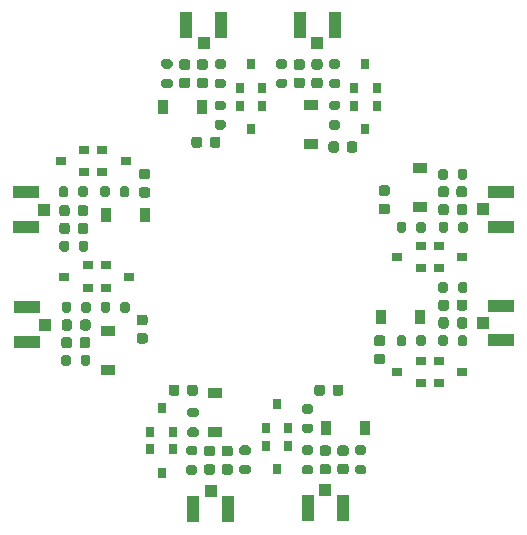
<source format=gbr>
%TF.GenerationSoftware,KiCad,Pcbnew,5.1.7-a382d34a8~87~ubuntu20.04.1*%
%TF.CreationDate,2021-02-25T10:09:00+00:00*%
%TF.ProjectId,UFOPulse,55464f50-756c-4736-952e-6b696361645f,rev?*%
%TF.SameCoordinates,Original*%
%TF.FileFunction,Paste,Top*%
%TF.FilePolarity,Positive*%
%FSLAX46Y46*%
G04 Gerber Fmt 4.6, Leading zero omitted, Abs format (unit mm)*
G04 Created by KiCad (PCBNEW 5.1.7-a382d34a8~87~ubuntu20.04.1) date 2021-02-25 10:09:00*
%MOMM*%
%LPD*%
G01*
G04 APERTURE LIST*
%ADD10R,0.900000X0.800000*%
%ADD11R,0.800000X0.900000*%
%ADD12R,2.200000X1.050000*%
%ADD13R,1.050000X1.000000*%
%ADD14R,1.050000X2.200000*%
%ADD15R,1.000000X1.050000*%
%ADD16R,0.900000X1.200000*%
%ADD17R,1.200000X0.900000*%
G04 APERTURE END LIST*
%TO.C,R24*%
G36*
G01*
X156075000Y-111125000D02*
X156075000Y-111675000D01*
G75*
G02*
X155875000Y-111875000I-200000J0D01*
G01*
X155475000Y-111875000D01*
G75*
G02*
X155275000Y-111675000I0J200000D01*
G01*
X155275000Y-111125000D01*
G75*
G02*
X155475000Y-110925000I200000J0D01*
G01*
X155875000Y-110925000D01*
G75*
G02*
X156075000Y-111125000I0J-200000D01*
G01*
G37*
G36*
G01*
X157725000Y-111125000D02*
X157725000Y-111675000D01*
G75*
G02*
X157525000Y-111875000I-200000J0D01*
G01*
X157125000Y-111875000D01*
G75*
G02*
X156925000Y-111675000I0J200000D01*
G01*
X156925000Y-111125000D01*
G75*
G02*
X157125000Y-110925000I200000J0D01*
G01*
X157525000Y-110925000D01*
G75*
G02*
X157725000Y-111125000I0J-200000D01*
G01*
G37*
%TD*%
%TO.C,R23*%
G36*
G01*
X152550000Y-111125000D02*
X152550000Y-111675000D01*
G75*
G02*
X152350000Y-111875000I-200000J0D01*
G01*
X151950000Y-111875000D01*
G75*
G02*
X151750000Y-111675000I0J200000D01*
G01*
X151750000Y-111125000D01*
G75*
G02*
X151950000Y-110925000I200000J0D01*
G01*
X152350000Y-110925000D01*
G75*
G02*
X152550000Y-111125000I0J-200000D01*
G01*
G37*
G36*
G01*
X154200000Y-111125000D02*
X154200000Y-111675000D01*
G75*
G02*
X154000000Y-111875000I-200000J0D01*
G01*
X153600000Y-111875000D01*
G75*
G02*
X153400000Y-111675000I0J200000D01*
G01*
X153400000Y-111125000D01*
G75*
G02*
X153600000Y-110925000I200000J0D01*
G01*
X154000000Y-110925000D01*
G75*
G02*
X154200000Y-111125000I0J-200000D01*
G01*
G37*
%TD*%
%TO.C,R22*%
G36*
G01*
X156075000Y-106625000D02*
X156075000Y-107175000D01*
G75*
G02*
X155875000Y-107375000I-200000J0D01*
G01*
X155475000Y-107375000D01*
G75*
G02*
X155275000Y-107175000I0J200000D01*
G01*
X155275000Y-106625000D01*
G75*
G02*
X155475000Y-106425000I200000J0D01*
G01*
X155875000Y-106425000D01*
G75*
G02*
X156075000Y-106625000I0J-200000D01*
G01*
G37*
G36*
G01*
X157725000Y-106625000D02*
X157725000Y-107175000D01*
G75*
G02*
X157525000Y-107375000I-200000J0D01*
G01*
X157125000Y-107375000D01*
G75*
G02*
X156925000Y-107175000I0J200000D01*
G01*
X156925000Y-106625000D01*
G75*
G02*
X157125000Y-106425000I200000J0D01*
G01*
X157525000Y-106425000D01*
G75*
G02*
X157725000Y-106625000I0J-200000D01*
G01*
G37*
%TD*%
%TO.C,R21*%
G36*
G01*
X146225000Y-89225000D02*
X146775000Y-89225000D01*
G75*
G02*
X146975000Y-89425000I0J-200000D01*
G01*
X146975000Y-89825000D01*
G75*
G02*
X146775000Y-90025000I-200000J0D01*
G01*
X146225000Y-90025000D01*
G75*
G02*
X146025000Y-89825000I0J200000D01*
G01*
X146025000Y-89425000D01*
G75*
G02*
X146225000Y-89225000I200000J0D01*
G01*
G37*
G36*
G01*
X146225000Y-87575000D02*
X146775000Y-87575000D01*
G75*
G02*
X146975000Y-87775000I0J-200000D01*
G01*
X146975000Y-88175000D01*
G75*
G02*
X146775000Y-88375000I-200000J0D01*
G01*
X146225000Y-88375000D01*
G75*
G02*
X146025000Y-88175000I0J200000D01*
G01*
X146025000Y-87775000D01*
G75*
G02*
X146225000Y-87575000I200000J0D01*
G01*
G37*
%TD*%
%TO.C,R20*%
G36*
G01*
X146225000Y-92725000D02*
X146775000Y-92725000D01*
G75*
G02*
X146975000Y-92925000I0J-200000D01*
G01*
X146975000Y-93325000D01*
G75*
G02*
X146775000Y-93525000I-200000J0D01*
G01*
X146225000Y-93525000D01*
G75*
G02*
X146025000Y-93325000I0J200000D01*
G01*
X146025000Y-92925000D01*
G75*
G02*
X146225000Y-92725000I200000J0D01*
G01*
G37*
G36*
G01*
X146225000Y-91075000D02*
X146775000Y-91075000D01*
G75*
G02*
X146975000Y-91275000I0J-200000D01*
G01*
X146975000Y-91675000D01*
G75*
G02*
X146775000Y-91875000I-200000J0D01*
G01*
X146225000Y-91875000D01*
G75*
G02*
X146025000Y-91675000I0J200000D01*
G01*
X146025000Y-91275000D01*
G75*
G02*
X146225000Y-91075000I200000J0D01*
G01*
G37*
%TD*%
%TO.C,R19*%
G36*
G01*
X141725000Y-89225000D02*
X142275000Y-89225000D01*
G75*
G02*
X142475000Y-89425000I0J-200000D01*
G01*
X142475000Y-89825000D01*
G75*
G02*
X142275000Y-90025000I-200000J0D01*
G01*
X141725000Y-90025000D01*
G75*
G02*
X141525000Y-89825000I0J200000D01*
G01*
X141525000Y-89425000D01*
G75*
G02*
X141725000Y-89225000I200000J0D01*
G01*
G37*
G36*
G01*
X141725000Y-87575000D02*
X142275000Y-87575000D01*
G75*
G02*
X142475000Y-87775000I0J-200000D01*
G01*
X142475000Y-88175000D01*
G75*
G02*
X142275000Y-88375000I-200000J0D01*
G01*
X141725000Y-88375000D01*
G75*
G02*
X141525000Y-88175000I0J200000D01*
G01*
X141525000Y-87775000D01*
G75*
G02*
X141725000Y-87575000I200000J0D01*
G01*
G37*
%TD*%
%TO.C,R18*%
G36*
G01*
X124800000Y-99075000D02*
X124800000Y-98525000D01*
G75*
G02*
X125000000Y-98325000I200000J0D01*
G01*
X125400000Y-98325000D01*
G75*
G02*
X125600000Y-98525000I0J-200000D01*
G01*
X125600000Y-99075000D01*
G75*
G02*
X125400000Y-99275000I-200000J0D01*
G01*
X125000000Y-99275000D01*
G75*
G02*
X124800000Y-99075000I0J200000D01*
G01*
G37*
G36*
G01*
X123150000Y-99075000D02*
X123150000Y-98525000D01*
G75*
G02*
X123350000Y-98325000I200000J0D01*
G01*
X123750000Y-98325000D01*
G75*
G02*
X123950000Y-98525000I0J-200000D01*
G01*
X123950000Y-99075000D01*
G75*
G02*
X123750000Y-99275000I-200000J0D01*
G01*
X123350000Y-99275000D01*
G75*
G02*
X123150000Y-99075000I0J200000D01*
G01*
G37*
%TD*%
%TO.C,R17*%
G36*
G01*
X128300000Y-99075000D02*
X128300000Y-98525000D01*
G75*
G02*
X128500000Y-98325000I200000J0D01*
G01*
X128900000Y-98325000D01*
G75*
G02*
X129100000Y-98525000I0J-200000D01*
G01*
X129100000Y-99075000D01*
G75*
G02*
X128900000Y-99275000I-200000J0D01*
G01*
X128500000Y-99275000D01*
G75*
G02*
X128300000Y-99075000I0J200000D01*
G01*
G37*
G36*
G01*
X126650000Y-99075000D02*
X126650000Y-98525000D01*
G75*
G02*
X126850000Y-98325000I200000J0D01*
G01*
X127250000Y-98325000D01*
G75*
G02*
X127450000Y-98525000I0J-200000D01*
G01*
X127450000Y-99075000D01*
G75*
G02*
X127250000Y-99275000I-200000J0D01*
G01*
X126850000Y-99275000D01*
G75*
G02*
X126650000Y-99075000I0J200000D01*
G01*
G37*
%TD*%
%TO.C,R16*%
G36*
G01*
X124850000Y-103675000D02*
X124850000Y-103125000D01*
G75*
G02*
X125050000Y-102925000I200000J0D01*
G01*
X125450000Y-102925000D01*
G75*
G02*
X125650000Y-103125000I0J-200000D01*
G01*
X125650000Y-103675000D01*
G75*
G02*
X125450000Y-103875000I-200000J0D01*
G01*
X125050000Y-103875000D01*
G75*
G02*
X124850000Y-103675000I0J200000D01*
G01*
G37*
G36*
G01*
X123200000Y-103675000D02*
X123200000Y-103125000D01*
G75*
G02*
X123400000Y-102925000I200000J0D01*
G01*
X123800000Y-102925000D01*
G75*
G02*
X124000000Y-103125000I0J-200000D01*
G01*
X124000000Y-103675000D01*
G75*
G02*
X123800000Y-103875000I-200000J0D01*
G01*
X123400000Y-103875000D01*
G75*
G02*
X123200000Y-103675000I0J200000D01*
G01*
G37*
%TD*%
%TO.C,R15*%
G36*
G01*
X134675000Y-121100000D02*
X134125000Y-121100000D01*
G75*
G02*
X133925000Y-120900000I0J200000D01*
G01*
X133925000Y-120500000D01*
G75*
G02*
X134125000Y-120300000I200000J0D01*
G01*
X134675000Y-120300000D01*
G75*
G02*
X134875000Y-120500000I0J-200000D01*
G01*
X134875000Y-120900000D01*
G75*
G02*
X134675000Y-121100000I-200000J0D01*
G01*
G37*
G36*
G01*
X134675000Y-122750000D02*
X134125000Y-122750000D01*
G75*
G02*
X133925000Y-122550000I0J200000D01*
G01*
X133925000Y-122150000D01*
G75*
G02*
X134125000Y-121950000I200000J0D01*
G01*
X134675000Y-121950000D01*
G75*
G02*
X134875000Y-122150000I0J-200000D01*
G01*
X134875000Y-122550000D01*
G75*
G02*
X134675000Y-122750000I-200000J0D01*
G01*
G37*
%TD*%
%TO.C,R14*%
G36*
G01*
X134775000Y-117900000D02*
X134225000Y-117900000D01*
G75*
G02*
X134025000Y-117700000I0J200000D01*
G01*
X134025000Y-117300000D01*
G75*
G02*
X134225000Y-117100000I200000J0D01*
G01*
X134775000Y-117100000D01*
G75*
G02*
X134975000Y-117300000I0J-200000D01*
G01*
X134975000Y-117700000D01*
G75*
G02*
X134775000Y-117900000I-200000J0D01*
G01*
G37*
G36*
G01*
X134775000Y-119550000D02*
X134225000Y-119550000D01*
G75*
G02*
X134025000Y-119350000I0J200000D01*
G01*
X134025000Y-118950000D01*
G75*
G02*
X134225000Y-118750000I200000J0D01*
G01*
X134775000Y-118750000D01*
G75*
G02*
X134975000Y-118950000I0J-200000D01*
G01*
X134975000Y-119350000D01*
G75*
G02*
X134775000Y-119550000I-200000J0D01*
G01*
G37*
%TD*%
%TO.C,R13*%
G36*
G01*
X139175000Y-121075000D02*
X138625000Y-121075000D01*
G75*
G02*
X138425000Y-120875000I0J200000D01*
G01*
X138425000Y-120475000D01*
G75*
G02*
X138625000Y-120275000I200000J0D01*
G01*
X139175000Y-120275000D01*
G75*
G02*
X139375000Y-120475000I0J-200000D01*
G01*
X139375000Y-120875000D01*
G75*
G02*
X139175000Y-121075000I-200000J0D01*
G01*
G37*
G36*
G01*
X139175000Y-122725000D02*
X138625000Y-122725000D01*
G75*
G02*
X138425000Y-122525000I0J200000D01*
G01*
X138425000Y-122125000D01*
G75*
G02*
X138625000Y-121925000I200000J0D01*
G01*
X139175000Y-121925000D01*
G75*
G02*
X139375000Y-122125000I0J-200000D01*
G01*
X139375000Y-122525000D01*
G75*
G02*
X139175000Y-122725000I-200000J0D01*
G01*
G37*
%TD*%
%TO.C,R12*%
G36*
G01*
X144475000Y-121075000D02*
X143925000Y-121075000D01*
G75*
G02*
X143725000Y-120875000I0J200000D01*
G01*
X143725000Y-120475000D01*
G75*
G02*
X143925000Y-120275000I200000J0D01*
G01*
X144475000Y-120275000D01*
G75*
G02*
X144675000Y-120475000I0J-200000D01*
G01*
X144675000Y-120875000D01*
G75*
G02*
X144475000Y-121075000I-200000J0D01*
G01*
G37*
G36*
G01*
X144475000Y-122725000D02*
X143925000Y-122725000D01*
G75*
G02*
X143725000Y-122525000I0J200000D01*
G01*
X143725000Y-122125000D01*
G75*
G02*
X143925000Y-121925000I200000J0D01*
G01*
X144475000Y-121925000D01*
G75*
G02*
X144675000Y-122125000I0J-200000D01*
G01*
X144675000Y-122525000D01*
G75*
G02*
X144475000Y-122725000I-200000J0D01*
G01*
G37*
%TD*%
%TO.C,R11*%
G36*
G01*
X144475000Y-117575000D02*
X143925000Y-117575000D01*
G75*
G02*
X143725000Y-117375000I0J200000D01*
G01*
X143725000Y-116975000D01*
G75*
G02*
X143925000Y-116775000I200000J0D01*
G01*
X144475000Y-116775000D01*
G75*
G02*
X144675000Y-116975000I0J-200000D01*
G01*
X144675000Y-117375000D01*
G75*
G02*
X144475000Y-117575000I-200000J0D01*
G01*
G37*
G36*
G01*
X144475000Y-119225000D02*
X143925000Y-119225000D01*
G75*
G02*
X143725000Y-119025000I0J200000D01*
G01*
X143725000Y-118625000D01*
G75*
G02*
X143925000Y-118425000I200000J0D01*
G01*
X144475000Y-118425000D01*
G75*
G02*
X144675000Y-118625000I0J-200000D01*
G01*
X144675000Y-119025000D01*
G75*
G02*
X144475000Y-119225000I-200000J0D01*
G01*
G37*
%TD*%
%TO.C,R10*%
G36*
G01*
X148975001Y-121075000D02*
X148425001Y-121075000D01*
G75*
G02*
X148225001Y-120875000I0J200000D01*
G01*
X148225001Y-120475000D01*
G75*
G02*
X148425001Y-120275000I200000J0D01*
G01*
X148975001Y-120275000D01*
G75*
G02*
X149175001Y-120475000I0J-200000D01*
G01*
X149175001Y-120875000D01*
G75*
G02*
X148975001Y-121075000I-200000J0D01*
G01*
G37*
G36*
G01*
X148975001Y-122725000D02*
X148425001Y-122725000D01*
G75*
G02*
X148225001Y-122525000I0J200000D01*
G01*
X148225001Y-122125000D01*
G75*
G02*
X148425001Y-121925000I200000J0D01*
G01*
X148975001Y-121925000D01*
G75*
G02*
X149175001Y-122125000I0J-200000D01*
G01*
X149175001Y-122525000D01*
G75*
G02*
X148975001Y-122725000I-200000J0D01*
G01*
G37*
%TD*%
%TO.C,R9*%
G36*
G01*
X156100000Y-101525000D02*
X156100000Y-102075000D01*
G75*
G02*
X155900000Y-102275000I-200000J0D01*
G01*
X155500000Y-102275000D01*
G75*
G02*
X155300000Y-102075000I0J200000D01*
G01*
X155300000Y-101525000D01*
G75*
G02*
X155500000Y-101325000I200000J0D01*
G01*
X155900000Y-101325000D01*
G75*
G02*
X156100000Y-101525000I0J-200000D01*
G01*
G37*
G36*
G01*
X157750000Y-101525000D02*
X157750000Y-102075000D01*
G75*
G02*
X157550000Y-102275000I-200000J0D01*
G01*
X157150000Y-102275000D01*
G75*
G02*
X156950000Y-102075000I0J200000D01*
G01*
X156950000Y-101525000D01*
G75*
G02*
X157150000Y-101325000I200000J0D01*
G01*
X157550000Y-101325000D01*
G75*
G02*
X157750000Y-101525000I0J-200000D01*
G01*
G37*
%TD*%
%TO.C,R8*%
G36*
G01*
X152550000Y-101525000D02*
X152550000Y-102075000D01*
G75*
G02*
X152350000Y-102275000I-200000J0D01*
G01*
X151950000Y-102275000D01*
G75*
G02*
X151750000Y-102075000I0J200000D01*
G01*
X151750000Y-101525000D01*
G75*
G02*
X151950000Y-101325000I200000J0D01*
G01*
X152350000Y-101325000D01*
G75*
G02*
X152550000Y-101525000I0J-200000D01*
G01*
G37*
G36*
G01*
X154200000Y-101525000D02*
X154200000Y-102075000D01*
G75*
G02*
X154000000Y-102275000I-200000J0D01*
G01*
X153600000Y-102275000D01*
G75*
G02*
X153400000Y-102075000I0J200000D01*
G01*
X153400000Y-101525000D01*
G75*
G02*
X153600000Y-101325000I200000J0D01*
G01*
X154000000Y-101325000D01*
G75*
G02*
X154200000Y-101525000I0J-200000D01*
G01*
G37*
%TD*%
%TO.C,R7*%
G36*
G01*
X156075000Y-97025000D02*
X156075000Y-97575000D01*
G75*
G02*
X155875000Y-97775000I-200000J0D01*
G01*
X155475000Y-97775000D01*
G75*
G02*
X155275000Y-97575000I0J200000D01*
G01*
X155275000Y-97025000D01*
G75*
G02*
X155475000Y-96825000I200000J0D01*
G01*
X155875000Y-96825000D01*
G75*
G02*
X156075000Y-97025000I0J-200000D01*
G01*
G37*
G36*
G01*
X157725000Y-97025000D02*
X157725000Y-97575000D01*
G75*
G02*
X157525000Y-97775000I-200000J0D01*
G01*
X157125000Y-97775000D01*
G75*
G02*
X156925000Y-97575000I0J200000D01*
G01*
X156925000Y-97025000D01*
G75*
G02*
X157125000Y-96825000I200000J0D01*
G01*
X157525000Y-96825000D01*
G75*
G02*
X157725000Y-97025000I0J-200000D01*
G01*
G37*
%TD*%
%TO.C,R6*%
G36*
G01*
X136525001Y-89225000D02*
X137075001Y-89225000D01*
G75*
G02*
X137275001Y-89425000I0J-200000D01*
G01*
X137275001Y-89825000D01*
G75*
G02*
X137075001Y-90025000I-200000J0D01*
G01*
X136525001Y-90025000D01*
G75*
G02*
X136325001Y-89825000I0J200000D01*
G01*
X136325001Y-89425000D01*
G75*
G02*
X136525001Y-89225000I200000J0D01*
G01*
G37*
G36*
G01*
X136525001Y-87575000D02*
X137075001Y-87575000D01*
G75*
G02*
X137275001Y-87775000I0J-200000D01*
G01*
X137275001Y-88175000D01*
G75*
G02*
X137075001Y-88375000I-200000J0D01*
G01*
X136525001Y-88375000D01*
G75*
G02*
X136325001Y-88175000I0J200000D01*
G01*
X136325001Y-87775000D01*
G75*
G02*
X136525001Y-87575000I200000J0D01*
G01*
G37*
%TD*%
%TO.C,R5*%
G36*
G01*
X136525000Y-92725000D02*
X137075000Y-92725000D01*
G75*
G02*
X137275000Y-92925000I0J-200000D01*
G01*
X137275000Y-93325000D01*
G75*
G02*
X137075000Y-93525000I-200000J0D01*
G01*
X136525000Y-93525000D01*
G75*
G02*
X136325000Y-93325000I0J200000D01*
G01*
X136325000Y-92925000D01*
G75*
G02*
X136525000Y-92725000I200000J0D01*
G01*
G37*
G36*
G01*
X136525000Y-91075000D02*
X137075000Y-91075000D01*
G75*
G02*
X137275000Y-91275000I0J-200000D01*
G01*
X137275000Y-91675000D01*
G75*
G02*
X137075000Y-91875000I-200000J0D01*
G01*
X136525000Y-91875000D01*
G75*
G02*
X136325000Y-91675000I0J200000D01*
G01*
X136325000Y-91275000D01*
G75*
G02*
X136525000Y-91075000I200000J0D01*
G01*
G37*
%TD*%
%TO.C,R4*%
G36*
G01*
X132025000Y-89225000D02*
X132575000Y-89225000D01*
G75*
G02*
X132775000Y-89425000I0J-200000D01*
G01*
X132775000Y-89825000D01*
G75*
G02*
X132575000Y-90025000I-200000J0D01*
G01*
X132025000Y-90025000D01*
G75*
G02*
X131825000Y-89825000I0J200000D01*
G01*
X131825000Y-89425000D01*
G75*
G02*
X132025000Y-89225000I200000J0D01*
G01*
G37*
G36*
G01*
X132025000Y-87575000D02*
X132575000Y-87575000D01*
G75*
G02*
X132775000Y-87775000I0J-200000D01*
G01*
X132775000Y-88175000D01*
G75*
G02*
X132575000Y-88375000I-200000J0D01*
G01*
X132025000Y-88375000D01*
G75*
G02*
X131825000Y-88175000I0J200000D01*
G01*
X131825000Y-87775000D01*
G75*
G02*
X132025000Y-87575000I200000J0D01*
G01*
G37*
%TD*%
%TO.C,R3*%
G36*
G01*
X125028388Y-108849160D02*
X125028388Y-108299160D01*
G75*
G02*
X125228388Y-108099160I200000J0D01*
G01*
X125628388Y-108099160D01*
G75*
G02*
X125828388Y-108299160I0J-200000D01*
G01*
X125828388Y-108849160D01*
G75*
G02*
X125628388Y-109049160I-200000J0D01*
G01*
X125228388Y-109049160D01*
G75*
G02*
X125028388Y-108849160I0J200000D01*
G01*
G37*
G36*
G01*
X123378388Y-108849160D02*
X123378388Y-108299160D01*
G75*
G02*
X123578388Y-108099160I200000J0D01*
G01*
X123978388Y-108099160D01*
G75*
G02*
X124178388Y-108299160I0J-200000D01*
G01*
X124178388Y-108849160D01*
G75*
G02*
X123978388Y-109049160I-200000J0D01*
G01*
X123578388Y-109049160D01*
G75*
G02*
X123378388Y-108849160I0J200000D01*
G01*
G37*
%TD*%
%TO.C,R2*%
G36*
G01*
X128353388Y-108849160D02*
X128353388Y-108299160D01*
G75*
G02*
X128553388Y-108099160I200000J0D01*
G01*
X128953388Y-108099160D01*
G75*
G02*
X129153388Y-108299160I0J-200000D01*
G01*
X129153388Y-108849160D01*
G75*
G02*
X128953388Y-109049160I-200000J0D01*
G01*
X128553388Y-109049160D01*
G75*
G02*
X128353388Y-108849160I0J200000D01*
G01*
G37*
G36*
G01*
X126703388Y-108849160D02*
X126703388Y-108299160D01*
G75*
G02*
X126903388Y-108099160I200000J0D01*
G01*
X127303388Y-108099160D01*
G75*
G02*
X127503388Y-108299160I0J-200000D01*
G01*
X127503388Y-108849160D01*
G75*
G02*
X127303388Y-109049160I-200000J0D01*
G01*
X126903388Y-109049160D01*
G75*
G02*
X126703388Y-108849160I0J200000D01*
G01*
G37*
%TD*%
%TO.C,R1*%
G36*
G01*
X125003387Y-113349159D02*
X125003387Y-112799159D01*
G75*
G02*
X125203387Y-112599159I200000J0D01*
G01*
X125603387Y-112599159D01*
G75*
G02*
X125803387Y-112799159I0J-200000D01*
G01*
X125803387Y-113349159D01*
G75*
G02*
X125603387Y-113549159I-200000J0D01*
G01*
X125203387Y-113549159D01*
G75*
G02*
X125003387Y-113349159I0J200000D01*
G01*
G37*
G36*
G01*
X123353387Y-113349159D02*
X123353387Y-112799159D01*
G75*
G02*
X123553387Y-112599159I200000J0D01*
G01*
X123953387Y-112599159D01*
G75*
G02*
X124153387Y-112799159I0J-200000D01*
G01*
X124153387Y-113349159D01*
G75*
G02*
X123953387Y-113549159I-200000J0D01*
G01*
X123553387Y-113549159D01*
G75*
G02*
X123353387Y-113349159I0J200000D01*
G01*
G37*
%TD*%
D10*
%TO.C,Q16*%
X157300000Y-114050000D03*
X155300000Y-115000000D03*
X155300000Y-113100000D03*
%TD*%
%TO.C,Q15*%
X151780000Y-114050000D03*
X153780000Y-113100000D03*
X153780000Y-115000000D03*
%TD*%
D11*
%TO.C,Q14*%
X149100000Y-88000000D03*
X150050000Y-90000000D03*
X148150000Y-90000000D03*
%TD*%
%TO.C,Q13*%
X149100000Y-93500000D03*
X148150000Y-91500000D03*
X150050000Y-91500000D03*
%TD*%
D10*
%TO.C,Q12*%
X123300000Y-96200000D03*
X125300000Y-95250000D03*
X125300000Y-97150000D03*
%TD*%
%TO.C,Q11*%
X128800000Y-96200000D03*
X126800000Y-97150000D03*
X126800000Y-95250000D03*
%TD*%
D11*
%TO.C,Q10*%
X131850000Y-122599999D03*
X130900000Y-120599999D03*
X132800000Y-120599999D03*
%TD*%
%TO.C,Q9*%
X131850000Y-117100000D03*
X132800000Y-119100000D03*
X130900000Y-119100000D03*
%TD*%
%TO.C,Q8*%
X141600000Y-122300000D03*
X140650000Y-120300000D03*
X142550000Y-120300000D03*
%TD*%
%TO.C,Q7*%
X141600000Y-116799999D03*
X142550000Y-118799999D03*
X140650000Y-118799999D03*
%TD*%
D10*
%TO.C,Q6*%
X157300000Y-104340000D03*
X155300000Y-105290000D03*
X155300000Y-103390000D03*
%TD*%
%TO.C,Q5*%
X151800000Y-104340000D03*
X153800000Y-103390000D03*
X153800000Y-105290000D03*
%TD*%
D11*
%TO.C,Q4*%
X139400000Y-88000000D03*
X140350000Y-90000000D03*
X138450000Y-90000000D03*
%TD*%
%TO.C,Q3*%
X139400000Y-93500000D03*
X138450000Y-91500000D03*
X140350000Y-91500000D03*
%TD*%
D10*
%TO.C,Q2*%
X123603388Y-105974159D03*
X125603388Y-105024159D03*
X125603388Y-106924159D03*
%TD*%
%TO.C,Q1*%
X129103388Y-105974159D03*
X127103388Y-106924159D03*
X127103388Y-105024159D03*
%TD*%
%TO.C,L8*%
G36*
G01*
X156150001Y-109643750D02*
X156150001Y-110156250D01*
G75*
G02*
X155931251Y-110375000I-218750J0D01*
G01*
X155493751Y-110375000D01*
G75*
G02*
X155275001Y-110156250I0J218750D01*
G01*
X155275001Y-109643750D01*
G75*
G02*
X155493751Y-109425000I218750J0D01*
G01*
X155931251Y-109425000D01*
G75*
G02*
X156150001Y-109643750I0J-218750D01*
G01*
G37*
G36*
G01*
X157725001Y-109643750D02*
X157725001Y-110156250D01*
G75*
G02*
X157506251Y-110375000I-218750J0D01*
G01*
X157068751Y-110375000D01*
G75*
G02*
X156850001Y-110156250I0J218750D01*
G01*
X156850001Y-109643750D01*
G75*
G02*
X157068751Y-109425000I218750J0D01*
G01*
X157506251Y-109425000D01*
G75*
G02*
X157725001Y-109643750I0J-218750D01*
G01*
G37*
%TD*%
%TO.C,L7*%
G36*
G01*
X144743750Y-89150000D02*
X145256250Y-89150000D01*
G75*
G02*
X145475000Y-89368750I0J-218750D01*
G01*
X145475000Y-89806250D01*
G75*
G02*
X145256250Y-90025000I-218750J0D01*
G01*
X144743750Y-90025000D01*
G75*
G02*
X144525000Y-89806250I0J218750D01*
G01*
X144525000Y-89368750D01*
G75*
G02*
X144743750Y-89150000I218750J0D01*
G01*
G37*
G36*
G01*
X144743750Y-87575000D02*
X145256250Y-87575000D01*
G75*
G02*
X145475000Y-87793750I0J-218750D01*
G01*
X145475000Y-88231250D01*
G75*
G02*
X145256250Y-88450000I-218750J0D01*
G01*
X144743750Y-88450000D01*
G75*
G02*
X144525000Y-88231250I0J218750D01*
G01*
X144525000Y-87793750D01*
G75*
G02*
X144743750Y-87575000I218750J0D01*
G01*
G37*
%TD*%
%TO.C,L6*%
G36*
G01*
X124750000Y-100656250D02*
X124750000Y-100143750D01*
G75*
G02*
X124968750Y-99925000I218750J0D01*
G01*
X125406250Y-99925000D01*
G75*
G02*
X125625000Y-100143750I0J-218750D01*
G01*
X125625000Y-100656250D01*
G75*
G02*
X125406250Y-100875000I-218750J0D01*
G01*
X124968750Y-100875000D01*
G75*
G02*
X124750000Y-100656250I0J218750D01*
G01*
G37*
G36*
G01*
X123175000Y-100656250D02*
X123175000Y-100143750D01*
G75*
G02*
X123393750Y-99925000I218750J0D01*
G01*
X123831250Y-99925000D01*
G75*
G02*
X124050000Y-100143750I0J-218750D01*
G01*
X124050000Y-100656250D01*
G75*
G02*
X123831250Y-100875000I-218750J0D01*
G01*
X123393750Y-100875000D01*
G75*
G02*
X123175000Y-100656250I0J218750D01*
G01*
G37*
%TD*%
%TO.C,L5*%
G36*
G01*
X136156250Y-121162498D02*
X135643750Y-121162498D01*
G75*
G02*
X135425000Y-120943748I0J218750D01*
G01*
X135425000Y-120506248D01*
G75*
G02*
X135643750Y-120287498I218750J0D01*
G01*
X136156250Y-120287498D01*
G75*
G02*
X136375000Y-120506248I0J-218750D01*
G01*
X136375000Y-120943748D01*
G75*
G02*
X136156250Y-121162498I-218750J0D01*
G01*
G37*
G36*
G01*
X136156250Y-122737498D02*
X135643750Y-122737498D01*
G75*
G02*
X135425000Y-122518748I0J218750D01*
G01*
X135425000Y-122081248D01*
G75*
G02*
X135643750Y-121862498I218750J0D01*
G01*
X136156250Y-121862498D01*
G75*
G02*
X136375000Y-122081248I0J-218750D01*
G01*
X136375000Y-122518748D01*
G75*
G02*
X136156250Y-122737498I-218750J0D01*
G01*
G37*
%TD*%
%TO.C,L4*%
G36*
G01*
X145956250Y-121150000D02*
X145443750Y-121150000D01*
G75*
G02*
X145225000Y-120931250I0J218750D01*
G01*
X145225000Y-120493750D01*
G75*
G02*
X145443750Y-120275000I218750J0D01*
G01*
X145956250Y-120275000D01*
G75*
G02*
X146175000Y-120493750I0J-218750D01*
G01*
X146175000Y-120931250D01*
G75*
G02*
X145956250Y-121150000I-218750J0D01*
G01*
G37*
G36*
G01*
X145956250Y-122725000D02*
X145443750Y-122725000D01*
G75*
G02*
X145225000Y-122506250I0J218750D01*
G01*
X145225000Y-122068750D01*
G75*
G02*
X145443750Y-121850000I218750J0D01*
G01*
X145956250Y-121850000D01*
G75*
G02*
X146175000Y-122068750I0J-218750D01*
G01*
X146175000Y-122506250D01*
G75*
G02*
X145956250Y-122725000I-218750J0D01*
G01*
G37*
%TD*%
%TO.C,L3*%
G36*
G01*
X156150000Y-100043750D02*
X156150000Y-100556250D01*
G75*
G02*
X155931250Y-100775000I-218750J0D01*
G01*
X155493750Y-100775000D01*
G75*
G02*
X155275000Y-100556250I0J218750D01*
G01*
X155275000Y-100043750D01*
G75*
G02*
X155493750Y-99825000I218750J0D01*
G01*
X155931250Y-99825000D01*
G75*
G02*
X156150000Y-100043750I0J-218750D01*
G01*
G37*
G36*
G01*
X157725000Y-100043750D02*
X157725000Y-100556250D01*
G75*
G02*
X157506250Y-100775000I-218750J0D01*
G01*
X157068750Y-100775000D01*
G75*
G02*
X156850000Y-100556250I0J218750D01*
G01*
X156850000Y-100043750D01*
G75*
G02*
X157068750Y-99825000I218750J0D01*
G01*
X157506250Y-99825000D01*
G75*
G02*
X157725000Y-100043750I0J-218750D01*
G01*
G37*
%TD*%
%TO.C,L2*%
G36*
G01*
X135043749Y-89150000D02*
X135556249Y-89150000D01*
G75*
G02*
X135774999Y-89368750I0J-218750D01*
G01*
X135774999Y-89806250D01*
G75*
G02*
X135556249Y-90025000I-218750J0D01*
G01*
X135043749Y-90025000D01*
G75*
G02*
X134824999Y-89806250I0J218750D01*
G01*
X134824999Y-89368750D01*
G75*
G02*
X135043749Y-89150000I218750J0D01*
G01*
G37*
G36*
G01*
X135043749Y-87575000D02*
X135556249Y-87575000D01*
G75*
G02*
X135774999Y-87793750I0J-218750D01*
G01*
X135774999Y-88231250D01*
G75*
G02*
X135556249Y-88450000I-218750J0D01*
G01*
X135043749Y-88450000D01*
G75*
G02*
X134824999Y-88231250I0J218750D01*
G01*
X134824999Y-87793750D01*
G75*
G02*
X135043749Y-87575000I218750J0D01*
G01*
G37*
%TD*%
%TO.C,L1*%
G36*
G01*
X124953388Y-110330410D02*
X124953388Y-109817910D01*
G75*
G02*
X125172138Y-109599160I218750J0D01*
G01*
X125609638Y-109599160D01*
G75*
G02*
X125828388Y-109817910I0J-218750D01*
G01*
X125828388Y-110330410D01*
G75*
G02*
X125609638Y-110549160I-218750J0D01*
G01*
X125172138Y-110549160D01*
G75*
G02*
X124953388Y-110330410I0J218750D01*
G01*
G37*
G36*
G01*
X123378388Y-110330410D02*
X123378388Y-109817910D01*
G75*
G02*
X123597138Y-109599160I218750J0D01*
G01*
X124034638Y-109599160D01*
G75*
G02*
X124253388Y-109817910I0J-218750D01*
G01*
X124253388Y-110330410D01*
G75*
G02*
X124034638Y-110549160I-218750J0D01*
G01*
X123597138Y-110549160D01*
G75*
G02*
X123378388Y-110330410I0J218750D01*
G01*
G37*
%TD*%
D12*
%TO.C,J8*%
X160575000Y-108425000D03*
D13*
X159050000Y-109900000D03*
D12*
X160575000Y-111375000D03*
%TD*%
D14*
%TO.C,J7*%
X143535001Y-84705000D03*
D15*
X145010001Y-86230000D03*
D14*
X146485001Y-84705000D03*
%TD*%
D12*
%TO.C,J6*%
X120325000Y-101775000D03*
D13*
X121850000Y-100300000D03*
D12*
X120325000Y-98825000D03*
%TD*%
D14*
%TO.C,J5*%
X137475000Y-125675000D03*
D15*
X136000000Y-124150000D03*
D14*
X134525000Y-125675000D03*
%TD*%
%TO.C,J4*%
X147175000Y-125575000D03*
D15*
X145700000Y-124050000D03*
D14*
X144225000Y-125575000D03*
%TD*%
D12*
%TO.C,J3*%
X160595000Y-98815000D03*
D13*
X159070000Y-100290000D03*
D12*
X160595000Y-101765000D03*
%TD*%
D14*
%TO.C,J2*%
X133925000Y-84694999D03*
D15*
X135400000Y-86219999D03*
D14*
X136875000Y-84694999D03*
%TD*%
D12*
%TO.C,J1*%
X120440520Y-111540454D03*
D13*
X121965520Y-110065454D03*
D12*
X120440520Y-108590454D03*
%TD*%
D16*
%TO.C,D15*%
X153750000Y-109400000D03*
X150450000Y-109400000D03*
%TD*%
D17*
%TO.C,D13*%
X144500000Y-91450000D03*
X144500000Y-94750000D03*
%TD*%
D16*
%TO.C,D11*%
X127100000Y-100800000D03*
X130400000Y-100800000D03*
%TD*%
D17*
%TO.C,D9*%
X136400000Y-119100000D03*
X136400000Y-115800000D03*
%TD*%
D16*
%TO.C,D7*%
X145750000Y-118800000D03*
X149050000Y-118800000D03*
%TD*%
D17*
%TO.C,D5*%
X153700000Y-100050000D03*
X153700000Y-96750000D03*
%TD*%
D16*
%TO.C,D3*%
X135250000Y-91600000D03*
X131950000Y-91600000D03*
%TD*%
D17*
%TO.C,D1*%
X127300000Y-110550000D03*
X127300000Y-113850000D03*
%TD*%
%TO.C,C16*%
G36*
G01*
X156175000Y-108150000D02*
X156175000Y-108650000D01*
G75*
G02*
X155950000Y-108875000I-225000J0D01*
G01*
X155500000Y-108875000D01*
G75*
G02*
X155275000Y-108650000I0J225000D01*
G01*
X155275000Y-108150000D01*
G75*
G02*
X155500000Y-107925000I225000J0D01*
G01*
X155950000Y-107925000D01*
G75*
G02*
X156175000Y-108150000I0J-225000D01*
G01*
G37*
G36*
G01*
X157725000Y-108150000D02*
X157725000Y-108650000D01*
G75*
G02*
X157500000Y-108875000I-225000J0D01*
G01*
X157050000Y-108875000D01*
G75*
G02*
X156825000Y-108650000I0J225000D01*
G01*
X156825000Y-108150000D01*
G75*
G02*
X157050000Y-107925000I225000J0D01*
G01*
X157500000Y-107925000D01*
G75*
G02*
X157725000Y-108150000I0J-225000D01*
G01*
G37*
%TD*%
%TO.C,C15*%
G36*
G01*
X150550000Y-111850000D02*
X150050000Y-111850000D01*
G75*
G02*
X149825000Y-111625000I0J225000D01*
G01*
X149825000Y-111175000D01*
G75*
G02*
X150050000Y-110950000I225000J0D01*
G01*
X150550000Y-110950000D01*
G75*
G02*
X150775000Y-111175000I0J-225000D01*
G01*
X150775000Y-111625000D01*
G75*
G02*
X150550000Y-111850000I-225000J0D01*
G01*
G37*
G36*
G01*
X150550000Y-113400000D02*
X150050000Y-113400000D01*
G75*
G02*
X149825000Y-113175000I0J225000D01*
G01*
X149825000Y-112725000D01*
G75*
G02*
X150050000Y-112500000I225000J0D01*
G01*
X150550000Y-112500000D01*
G75*
G02*
X150775000Y-112725000I0J-225000D01*
G01*
X150775000Y-113175000D01*
G75*
G02*
X150550000Y-113400000I-225000J0D01*
G01*
G37*
%TD*%
%TO.C,C14*%
G36*
G01*
X143250000Y-89125000D02*
X143750000Y-89125000D01*
G75*
G02*
X143975000Y-89350000I0J-225000D01*
G01*
X143975000Y-89800000D01*
G75*
G02*
X143750000Y-90025000I-225000J0D01*
G01*
X143250000Y-90025000D01*
G75*
G02*
X143025000Y-89800000I0J225000D01*
G01*
X143025000Y-89350000D01*
G75*
G02*
X143250000Y-89125000I225000J0D01*
G01*
G37*
G36*
G01*
X143250000Y-87575000D02*
X143750000Y-87575000D01*
G75*
G02*
X143975000Y-87800000I0J-225000D01*
G01*
X143975000Y-88250000D01*
G75*
G02*
X143750000Y-88475000I-225000J0D01*
G01*
X143250000Y-88475000D01*
G75*
G02*
X143025000Y-88250000I0J225000D01*
G01*
X143025000Y-87800000D01*
G75*
G02*
X143250000Y-87575000I225000J0D01*
G01*
G37*
%TD*%
%TO.C,C13*%
G36*
G01*
X146875000Y-94750000D02*
X146875000Y-95250000D01*
G75*
G02*
X146650000Y-95475000I-225000J0D01*
G01*
X146200000Y-95475000D01*
G75*
G02*
X145975000Y-95250000I0J225000D01*
G01*
X145975000Y-94750000D01*
G75*
G02*
X146200000Y-94525000I225000J0D01*
G01*
X146650000Y-94525000D01*
G75*
G02*
X146875000Y-94750000I0J-225000D01*
G01*
G37*
G36*
G01*
X148425000Y-94750000D02*
X148425000Y-95250000D01*
G75*
G02*
X148200000Y-95475000I-225000J0D01*
G01*
X147750000Y-95475000D01*
G75*
G02*
X147525000Y-95250000I0J225000D01*
G01*
X147525000Y-94750000D01*
G75*
G02*
X147750000Y-94525000I225000J0D01*
G01*
X148200000Y-94525000D01*
G75*
G02*
X148425000Y-94750000I0J-225000D01*
G01*
G37*
%TD*%
%TO.C,C12*%
G36*
G01*
X124725000Y-102150000D02*
X124725000Y-101650000D01*
G75*
G02*
X124950000Y-101425000I225000J0D01*
G01*
X125400000Y-101425000D01*
G75*
G02*
X125625000Y-101650000I0J-225000D01*
G01*
X125625000Y-102150000D01*
G75*
G02*
X125400000Y-102375000I-225000J0D01*
G01*
X124950000Y-102375000D01*
G75*
G02*
X124725000Y-102150000I0J225000D01*
G01*
G37*
G36*
G01*
X123175000Y-102150000D02*
X123175000Y-101650000D01*
G75*
G02*
X123400000Y-101425000I225000J0D01*
G01*
X123850000Y-101425000D01*
G75*
G02*
X124075000Y-101650000I0J-225000D01*
G01*
X124075000Y-102150000D01*
G75*
G02*
X123850000Y-102375000I-225000J0D01*
G01*
X123400000Y-102375000D01*
G75*
G02*
X123175000Y-102150000I0J225000D01*
G01*
G37*
%TD*%
%TO.C,C11*%
G36*
G01*
X130150000Y-98400000D02*
X130650000Y-98400000D01*
G75*
G02*
X130875000Y-98625000I0J-225000D01*
G01*
X130875000Y-99075000D01*
G75*
G02*
X130650000Y-99300000I-225000J0D01*
G01*
X130150000Y-99300000D01*
G75*
G02*
X129925000Y-99075000I0J225000D01*
G01*
X129925000Y-98625000D01*
G75*
G02*
X130150000Y-98400000I225000J0D01*
G01*
G37*
G36*
G01*
X130150000Y-96850000D02*
X130650000Y-96850000D01*
G75*
G02*
X130875000Y-97075000I0J-225000D01*
G01*
X130875000Y-97525000D01*
G75*
G02*
X130650000Y-97750000I-225000J0D01*
G01*
X130150000Y-97750000D01*
G75*
G02*
X129925000Y-97525000I0J225000D01*
G01*
X129925000Y-97075000D01*
G75*
G02*
X130150000Y-96850000I225000J0D01*
G01*
G37*
%TD*%
%TO.C,C10*%
G36*
G01*
X137650000Y-121200000D02*
X137150000Y-121200000D01*
G75*
G02*
X136925000Y-120975000I0J225000D01*
G01*
X136925000Y-120525000D01*
G75*
G02*
X137150000Y-120300000I225000J0D01*
G01*
X137650000Y-120300000D01*
G75*
G02*
X137875000Y-120525000I0J-225000D01*
G01*
X137875000Y-120975000D01*
G75*
G02*
X137650000Y-121200000I-225000J0D01*
G01*
G37*
G36*
G01*
X137650000Y-122750000D02*
X137150000Y-122750000D01*
G75*
G02*
X136925000Y-122525000I0J225000D01*
G01*
X136925000Y-122075000D01*
G75*
G02*
X137150000Y-121850000I225000J0D01*
G01*
X137650000Y-121850000D01*
G75*
G02*
X137875000Y-122075000I0J-225000D01*
G01*
X137875000Y-122525000D01*
G75*
G02*
X137650000Y-122750000I-225000J0D01*
G01*
G37*
%TD*%
%TO.C,C9*%
G36*
G01*
X134000000Y-115850000D02*
X134000000Y-115350000D01*
G75*
G02*
X134225000Y-115125000I225000J0D01*
G01*
X134675000Y-115125000D01*
G75*
G02*
X134900000Y-115350000I0J-225000D01*
G01*
X134900000Y-115850000D01*
G75*
G02*
X134675000Y-116075000I-225000J0D01*
G01*
X134225000Y-116075000D01*
G75*
G02*
X134000000Y-115850000I0J225000D01*
G01*
G37*
G36*
G01*
X132450000Y-115850000D02*
X132450000Y-115350000D01*
G75*
G02*
X132675000Y-115125000I225000J0D01*
G01*
X133125000Y-115125000D01*
G75*
G02*
X133350000Y-115350000I0J-225000D01*
G01*
X133350000Y-115850000D01*
G75*
G02*
X133125000Y-116075000I-225000J0D01*
G01*
X132675000Y-116075000D01*
G75*
G02*
X132450000Y-115850000I0J225000D01*
G01*
G37*
%TD*%
%TO.C,C8*%
G36*
G01*
X147449999Y-121175000D02*
X146949999Y-121175000D01*
G75*
G02*
X146724999Y-120950000I0J225000D01*
G01*
X146724999Y-120500000D01*
G75*
G02*
X146949999Y-120275000I225000J0D01*
G01*
X147449999Y-120275000D01*
G75*
G02*
X147674999Y-120500000I0J-225000D01*
G01*
X147674999Y-120950000D01*
G75*
G02*
X147449999Y-121175000I-225000J0D01*
G01*
G37*
G36*
G01*
X147449999Y-122725000D02*
X146949999Y-122725000D01*
G75*
G02*
X146724999Y-122500000I0J225000D01*
G01*
X146724999Y-122050000D01*
G75*
G02*
X146949999Y-121825000I225000J0D01*
G01*
X147449999Y-121825000D01*
G75*
G02*
X147674999Y-122050000I0J-225000D01*
G01*
X147674999Y-122500000D01*
G75*
G02*
X147449999Y-122725000I-225000J0D01*
G01*
G37*
%TD*%
%TO.C,C7*%
G36*
G01*
X146325000Y-115850000D02*
X146325000Y-115350000D01*
G75*
G02*
X146550000Y-115125000I225000J0D01*
G01*
X147000000Y-115125000D01*
G75*
G02*
X147225000Y-115350000I0J-225000D01*
G01*
X147225000Y-115850000D01*
G75*
G02*
X147000000Y-116075000I-225000J0D01*
G01*
X146550000Y-116075000D01*
G75*
G02*
X146325000Y-115850000I0J225000D01*
G01*
G37*
G36*
G01*
X144775000Y-115850000D02*
X144775000Y-115350000D01*
G75*
G02*
X145000000Y-115125000I225000J0D01*
G01*
X145450000Y-115125000D01*
G75*
G02*
X145675000Y-115350000I0J-225000D01*
G01*
X145675000Y-115850000D01*
G75*
G02*
X145450000Y-116075000I-225000J0D01*
G01*
X145000000Y-116075000D01*
G75*
G02*
X144775000Y-115850000I0J225000D01*
G01*
G37*
%TD*%
%TO.C,C6*%
G36*
G01*
X156150000Y-98550000D02*
X156150000Y-99050000D01*
G75*
G02*
X155925000Y-99275000I-225000J0D01*
G01*
X155475000Y-99275000D01*
G75*
G02*
X155250000Y-99050000I0J225000D01*
G01*
X155250000Y-98550000D01*
G75*
G02*
X155475000Y-98325000I225000J0D01*
G01*
X155925000Y-98325000D01*
G75*
G02*
X156150000Y-98550000I0J-225000D01*
G01*
G37*
G36*
G01*
X157700000Y-98550000D02*
X157700000Y-99050000D01*
G75*
G02*
X157475000Y-99275000I-225000J0D01*
G01*
X157025000Y-99275000D01*
G75*
G02*
X156800000Y-99050000I0J225000D01*
G01*
X156800000Y-98550000D01*
G75*
G02*
X157025000Y-98325000I225000J0D01*
G01*
X157475000Y-98325000D01*
G75*
G02*
X157700000Y-98550000I0J-225000D01*
G01*
G37*
%TD*%
%TO.C,C5*%
G36*
G01*
X150950000Y-99150000D02*
X150450000Y-99150000D01*
G75*
G02*
X150225000Y-98925000I0J225000D01*
G01*
X150225000Y-98475000D01*
G75*
G02*
X150450000Y-98250000I225000J0D01*
G01*
X150950000Y-98250000D01*
G75*
G02*
X151175000Y-98475000I0J-225000D01*
G01*
X151175000Y-98925000D01*
G75*
G02*
X150950000Y-99150000I-225000J0D01*
G01*
G37*
G36*
G01*
X150950000Y-100700000D02*
X150450000Y-100700000D01*
G75*
G02*
X150225000Y-100475000I0J225000D01*
G01*
X150225000Y-100025000D01*
G75*
G02*
X150450000Y-99800000I225000J0D01*
G01*
X150950000Y-99800000D01*
G75*
G02*
X151175000Y-100025000I0J-225000D01*
G01*
X151175000Y-100475000D01*
G75*
G02*
X150950000Y-100700000I-225000J0D01*
G01*
G37*
%TD*%
%TO.C,C4*%
G36*
G01*
X133550000Y-89125000D02*
X134050000Y-89125000D01*
G75*
G02*
X134275000Y-89350000I0J-225000D01*
G01*
X134275000Y-89800000D01*
G75*
G02*
X134050000Y-90025000I-225000J0D01*
G01*
X133550000Y-90025000D01*
G75*
G02*
X133325000Y-89800000I0J225000D01*
G01*
X133325000Y-89350000D01*
G75*
G02*
X133550000Y-89125000I225000J0D01*
G01*
G37*
G36*
G01*
X133550000Y-87575000D02*
X134050000Y-87575000D01*
G75*
G02*
X134275000Y-87800000I0J-225000D01*
G01*
X134275000Y-88250000D01*
G75*
G02*
X134050000Y-88475000I-225000J0D01*
G01*
X133550000Y-88475000D01*
G75*
G02*
X133325000Y-88250000I0J225000D01*
G01*
X133325000Y-87800000D01*
G75*
G02*
X133550000Y-87575000I225000J0D01*
G01*
G37*
%TD*%
%TO.C,C3*%
G36*
G01*
X135275000Y-94350000D02*
X135275000Y-94850000D01*
G75*
G02*
X135050000Y-95075000I-225000J0D01*
G01*
X134600000Y-95075000D01*
G75*
G02*
X134375000Y-94850000I0J225000D01*
G01*
X134375000Y-94350000D01*
G75*
G02*
X134600000Y-94125000I225000J0D01*
G01*
X135050000Y-94125000D01*
G75*
G02*
X135275000Y-94350000I0J-225000D01*
G01*
G37*
G36*
G01*
X136825000Y-94350000D02*
X136825000Y-94850000D01*
G75*
G02*
X136600000Y-95075000I-225000J0D01*
G01*
X136150000Y-95075000D01*
G75*
G02*
X135925000Y-94850000I0J225000D01*
G01*
X135925000Y-94350000D01*
G75*
G02*
X136150000Y-94125000I225000J0D01*
G01*
X136600000Y-94125000D01*
G75*
G02*
X136825000Y-94350000I0J-225000D01*
G01*
G37*
%TD*%
%TO.C,C2*%
G36*
G01*
X124903387Y-111824159D02*
X124903387Y-111324159D01*
G75*
G02*
X125128387Y-111099159I225000J0D01*
G01*
X125578387Y-111099159D01*
G75*
G02*
X125803387Y-111324159I0J-225000D01*
G01*
X125803387Y-111824159D01*
G75*
G02*
X125578387Y-112049159I-225000J0D01*
G01*
X125128387Y-112049159D01*
G75*
G02*
X124903387Y-111824159I0J225000D01*
G01*
G37*
G36*
G01*
X123353387Y-111824159D02*
X123353387Y-111324159D01*
G75*
G02*
X123578387Y-111099159I225000J0D01*
G01*
X124028387Y-111099159D01*
G75*
G02*
X124253387Y-111324159I0J-225000D01*
G01*
X124253387Y-111824159D01*
G75*
G02*
X124028387Y-112049159I-225000J0D01*
G01*
X123578387Y-112049159D01*
G75*
G02*
X123353387Y-111824159I0J225000D01*
G01*
G37*
%TD*%
%TO.C,C1*%
G36*
G01*
X129950000Y-110750000D02*
X130450000Y-110750000D01*
G75*
G02*
X130675000Y-110975000I0J-225000D01*
G01*
X130675000Y-111425000D01*
G75*
G02*
X130450000Y-111650000I-225000J0D01*
G01*
X129950000Y-111650000D01*
G75*
G02*
X129725000Y-111425000I0J225000D01*
G01*
X129725000Y-110975000D01*
G75*
G02*
X129950000Y-110750000I225000J0D01*
G01*
G37*
G36*
G01*
X129950000Y-109200000D02*
X130450000Y-109200000D01*
G75*
G02*
X130675000Y-109425000I0J-225000D01*
G01*
X130675000Y-109875000D01*
G75*
G02*
X130450000Y-110100000I-225000J0D01*
G01*
X129950000Y-110100000D01*
G75*
G02*
X129725000Y-109875000I0J225000D01*
G01*
X129725000Y-109425000D01*
G75*
G02*
X129950000Y-109200000I225000J0D01*
G01*
G37*
%TD*%
M02*

</source>
